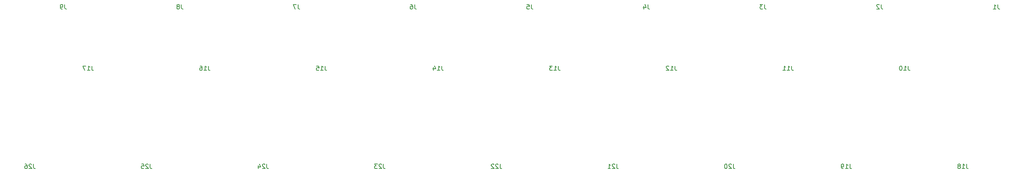
<source format=gbr>
%TF.GenerationSoftware,KiCad,Pcbnew,7.0.2-0*%
%TF.CreationDate,2024-02-08T13:36:38+00:00*%
%TF.ProjectId,plugboard,706c7567-626f-4617-9264-2e6b69636164,rev?*%
%TF.SameCoordinates,PX1312d00PY68e7780*%
%TF.FileFunction,Legend,Bot*%
%TF.FilePolarity,Positive*%
%FSLAX46Y46*%
G04 Gerber Fmt 4.6, Leading zero omitted, Abs format (unit mm)*
G04 Created by KiCad (PCBNEW 7.0.2-0) date 2024-02-08 13:36:38*
%MOMM*%
%LPD*%
G01*
G04 APERTURE LIST*
%ADD10C,0.150000*%
G04 APERTURE END LIST*
D10*
%TO.C,J20*%
X179309523Y31707381D02*
X179309523Y30993096D01*
X179309523Y30993096D02*
X179357142Y30850239D01*
X179357142Y30850239D02*
X179452380Y30755000D01*
X179452380Y30755000D02*
X179595237Y30707381D01*
X179595237Y30707381D02*
X179690475Y30707381D01*
X178880951Y31612143D02*
X178833332Y31659762D01*
X178833332Y31659762D02*
X178738094Y31707381D01*
X178738094Y31707381D02*
X178499999Y31707381D01*
X178499999Y31707381D02*
X178404761Y31659762D01*
X178404761Y31659762D02*
X178357142Y31612143D01*
X178357142Y31612143D02*
X178309523Y31516905D01*
X178309523Y31516905D02*
X178309523Y31421667D01*
X178309523Y31421667D02*
X178357142Y31278810D01*
X178357142Y31278810D02*
X178928570Y30707381D01*
X178928570Y30707381D02*
X178309523Y30707381D01*
X177690475Y31707381D02*
X177595237Y31707381D01*
X177595237Y31707381D02*
X177499999Y31659762D01*
X177499999Y31659762D02*
X177452380Y31612143D01*
X177452380Y31612143D02*
X177404761Y31516905D01*
X177404761Y31516905D02*
X177357142Y31326429D01*
X177357142Y31326429D02*
X177357142Y31088334D01*
X177357142Y31088334D02*
X177404761Y30897858D01*
X177404761Y30897858D02*
X177452380Y30802620D01*
X177452380Y30802620D02*
X177499999Y30755000D01*
X177499999Y30755000D02*
X177595237Y30707381D01*
X177595237Y30707381D02*
X177690475Y30707381D01*
X177690475Y30707381D02*
X177785713Y30755000D01*
X177785713Y30755000D02*
X177833332Y30802620D01*
X177833332Y30802620D02*
X177880951Y30897858D01*
X177880951Y30897858D02*
X177928570Y31088334D01*
X177928570Y31088334D02*
X177928570Y31326429D01*
X177928570Y31326429D02*
X177880951Y31516905D01*
X177880951Y31516905D02*
X177833332Y31612143D01*
X177833332Y31612143D02*
X177785713Y31659762D01*
X177785713Y31659762D02*
X177690475Y31707381D01*
%TO.C,J21*%
X153309523Y31707381D02*
X153309523Y30993096D01*
X153309523Y30993096D02*
X153357142Y30850239D01*
X153357142Y30850239D02*
X153452380Y30755000D01*
X153452380Y30755000D02*
X153595237Y30707381D01*
X153595237Y30707381D02*
X153690475Y30707381D01*
X152880951Y31612143D02*
X152833332Y31659762D01*
X152833332Y31659762D02*
X152738094Y31707381D01*
X152738094Y31707381D02*
X152499999Y31707381D01*
X152499999Y31707381D02*
X152404761Y31659762D01*
X152404761Y31659762D02*
X152357142Y31612143D01*
X152357142Y31612143D02*
X152309523Y31516905D01*
X152309523Y31516905D02*
X152309523Y31421667D01*
X152309523Y31421667D02*
X152357142Y31278810D01*
X152357142Y31278810D02*
X152928570Y30707381D01*
X152928570Y30707381D02*
X152309523Y30707381D01*
X151357142Y30707381D02*
X151928570Y30707381D01*
X151642856Y30707381D02*
X151642856Y31707381D01*
X151642856Y31707381D02*
X151738094Y31564524D01*
X151738094Y31564524D02*
X151833332Y31469286D01*
X151833332Y31469286D02*
X151928570Y31421667D01*
%TO.C,J19*%
X205309523Y31707381D02*
X205309523Y30993096D01*
X205309523Y30993096D02*
X205357142Y30850239D01*
X205357142Y30850239D02*
X205452380Y30755000D01*
X205452380Y30755000D02*
X205595237Y30707381D01*
X205595237Y30707381D02*
X205690475Y30707381D01*
X204309523Y30707381D02*
X204880951Y30707381D01*
X204595237Y30707381D02*
X204595237Y31707381D01*
X204595237Y31707381D02*
X204690475Y31564524D01*
X204690475Y31564524D02*
X204785713Y31469286D01*
X204785713Y31469286D02*
X204880951Y31421667D01*
X203833332Y30707381D02*
X203642856Y30707381D01*
X203642856Y30707381D02*
X203547618Y30755000D01*
X203547618Y30755000D02*
X203499999Y30802620D01*
X203499999Y30802620D02*
X203404761Y30945477D01*
X203404761Y30945477D02*
X203357142Y31135953D01*
X203357142Y31135953D02*
X203357142Y31516905D01*
X203357142Y31516905D02*
X203404761Y31612143D01*
X203404761Y31612143D02*
X203452380Y31659762D01*
X203452380Y31659762D02*
X203547618Y31707381D01*
X203547618Y31707381D02*
X203738094Y31707381D01*
X203738094Y31707381D02*
X203833332Y31659762D01*
X203833332Y31659762D02*
X203880951Y31612143D01*
X203880951Y31612143D02*
X203928570Y31516905D01*
X203928570Y31516905D02*
X203928570Y31278810D01*
X203928570Y31278810D02*
X203880951Y31183572D01*
X203880951Y31183572D02*
X203833332Y31135953D01*
X203833332Y31135953D02*
X203738094Y31088334D01*
X203738094Y31088334D02*
X203547618Y31088334D01*
X203547618Y31088334D02*
X203452380Y31135953D01*
X203452380Y31135953D02*
X203404761Y31183572D01*
X203404761Y31183572D02*
X203357142Y31278810D01*
%TO.C,J8*%
X56270333Y67484381D02*
X56270333Y66770096D01*
X56270333Y66770096D02*
X56317952Y66627239D01*
X56317952Y66627239D02*
X56413190Y66532000D01*
X56413190Y66532000D02*
X56556047Y66484381D01*
X56556047Y66484381D02*
X56651285Y66484381D01*
X55651285Y67055810D02*
X55746523Y67103429D01*
X55746523Y67103429D02*
X55794142Y67151048D01*
X55794142Y67151048D02*
X55841761Y67246286D01*
X55841761Y67246286D02*
X55841761Y67293905D01*
X55841761Y67293905D02*
X55794142Y67389143D01*
X55794142Y67389143D02*
X55746523Y67436762D01*
X55746523Y67436762D02*
X55651285Y67484381D01*
X55651285Y67484381D02*
X55460809Y67484381D01*
X55460809Y67484381D02*
X55365571Y67436762D01*
X55365571Y67436762D02*
X55317952Y67389143D01*
X55317952Y67389143D02*
X55270333Y67293905D01*
X55270333Y67293905D02*
X55270333Y67246286D01*
X55270333Y67246286D02*
X55317952Y67151048D01*
X55317952Y67151048D02*
X55365571Y67103429D01*
X55365571Y67103429D02*
X55460809Y67055810D01*
X55460809Y67055810D02*
X55651285Y67055810D01*
X55651285Y67055810D02*
X55746523Y67008191D01*
X55746523Y67008191D02*
X55794142Y66960572D01*
X55794142Y66960572D02*
X55841761Y66865334D01*
X55841761Y66865334D02*
X55841761Y66674858D01*
X55841761Y66674858D02*
X55794142Y66579620D01*
X55794142Y66579620D02*
X55746523Y66532000D01*
X55746523Y66532000D02*
X55651285Y66484381D01*
X55651285Y66484381D02*
X55460809Y66484381D01*
X55460809Y66484381D02*
X55365571Y66532000D01*
X55365571Y66532000D02*
X55317952Y66579620D01*
X55317952Y66579620D02*
X55270333Y66674858D01*
X55270333Y66674858D02*
X55270333Y66865334D01*
X55270333Y66865334D02*
X55317952Y66960572D01*
X55317952Y66960572D02*
X55365571Y67008191D01*
X55365571Y67008191D02*
X55460809Y67055810D01*
%TO.C,J1*%
X238270333Y67484381D02*
X238270333Y66770096D01*
X238270333Y66770096D02*
X238317952Y66627239D01*
X238317952Y66627239D02*
X238413190Y66532000D01*
X238413190Y66532000D02*
X238556047Y66484381D01*
X238556047Y66484381D02*
X238651285Y66484381D01*
X237270333Y66484381D02*
X237841761Y66484381D01*
X237556047Y66484381D02*
X237556047Y67484381D01*
X237556047Y67484381D02*
X237651285Y67341524D01*
X237651285Y67341524D02*
X237746523Y67246286D01*
X237746523Y67246286D02*
X237841761Y67198667D01*
%TO.C,J22*%
X127309523Y31707381D02*
X127309523Y30993096D01*
X127309523Y30993096D02*
X127357142Y30850239D01*
X127357142Y30850239D02*
X127452380Y30755000D01*
X127452380Y30755000D02*
X127595237Y30707381D01*
X127595237Y30707381D02*
X127690475Y30707381D01*
X126880951Y31612143D02*
X126833332Y31659762D01*
X126833332Y31659762D02*
X126738094Y31707381D01*
X126738094Y31707381D02*
X126499999Y31707381D01*
X126499999Y31707381D02*
X126404761Y31659762D01*
X126404761Y31659762D02*
X126357142Y31612143D01*
X126357142Y31612143D02*
X126309523Y31516905D01*
X126309523Y31516905D02*
X126309523Y31421667D01*
X126309523Y31421667D02*
X126357142Y31278810D01*
X126357142Y31278810D02*
X126928570Y30707381D01*
X126928570Y30707381D02*
X126309523Y30707381D01*
X125928570Y31612143D02*
X125880951Y31659762D01*
X125880951Y31659762D02*
X125785713Y31707381D01*
X125785713Y31707381D02*
X125547618Y31707381D01*
X125547618Y31707381D02*
X125452380Y31659762D01*
X125452380Y31659762D02*
X125404761Y31612143D01*
X125404761Y31612143D02*
X125357142Y31516905D01*
X125357142Y31516905D02*
X125357142Y31421667D01*
X125357142Y31421667D02*
X125404761Y31278810D01*
X125404761Y31278810D02*
X125976189Y30707381D01*
X125976189Y30707381D02*
X125357142Y30707381D01*
%TO.C,J5*%
X134270333Y67484381D02*
X134270333Y66770096D01*
X134270333Y66770096D02*
X134317952Y66627239D01*
X134317952Y66627239D02*
X134413190Y66532000D01*
X134413190Y66532000D02*
X134556047Y66484381D01*
X134556047Y66484381D02*
X134651285Y66484381D01*
X133317952Y67484381D02*
X133794142Y67484381D01*
X133794142Y67484381D02*
X133841761Y67008191D01*
X133841761Y67008191D02*
X133794142Y67055810D01*
X133794142Y67055810D02*
X133698904Y67103429D01*
X133698904Y67103429D02*
X133460809Y67103429D01*
X133460809Y67103429D02*
X133365571Y67055810D01*
X133365571Y67055810D02*
X133317952Y67008191D01*
X133317952Y67008191D02*
X133270333Y66912953D01*
X133270333Y66912953D02*
X133270333Y66674858D01*
X133270333Y66674858D02*
X133317952Y66579620D01*
X133317952Y66579620D02*
X133365571Y66532000D01*
X133365571Y66532000D02*
X133460809Y66484381D01*
X133460809Y66484381D02*
X133698904Y66484381D01*
X133698904Y66484381D02*
X133794142Y66532000D01*
X133794142Y66532000D02*
X133841761Y66579620D01*
%TO.C,J14*%
X114309523Y53707381D02*
X114309523Y52993096D01*
X114309523Y52993096D02*
X114357142Y52850239D01*
X114357142Y52850239D02*
X114452380Y52755000D01*
X114452380Y52755000D02*
X114595237Y52707381D01*
X114595237Y52707381D02*
X114690475Y52707381D01*
X113309523Y52707381D02*
X113880951Y52707381D01*
X113595237Y52707381D02*
X113595237Y53707381D01*
X113595237Y53707381D02*
X113690475Y53564524D01*
X113690475Y53564524D02*
X113785713Y53469286D01*
X113785713Y53469286D02*
X113880951Y53421667D01*
X112452380Y53374048D02*
X112452380Y52707381D01*
X112690475Y53755000D02*
X112928570Y53040715D01*
X112928570Y53040715D02*
X112309523Y53040715D01*
%TO.C,J23*%
X101309523Y31707381D02*
X101309523Y30993096D01*
X101309523Y30993096D02*
X101357142Y30850239D01*
X101357142Y30850239D02*
X101452380Y30755000D01*
X101452380Y30755000D02*
X101595237Y30707381D01*
X101595237Y30707381D02*
X101690475Y30707381D01*
X100880951Y31612143D02*
X100833332Y31659762D01*
X100833332Y31659762D02*
X100738094Y31707381D01*
X100738094Y31707381D02*
X100499999Y31707381D01*
X100499999Y31707381D02*
X100404761Y31659762D01*
X100404761Y31659762D02*
X100357142Y31612143D01*
X100357142Y31612143D02*
X100309523Y31516905D01*
X100309523Y31516905D02*
X100309523Y31421667D01*
X100309523Y31421667D02*
X100357142Y31278810D01*
X100357142Y31278810D02*
X100928570Y30707381D01*
X100928570Y30707381D02*
X100309523Y30707381D01*
X99976189Y31707381D02*
X99357142Y31707381D01*
X99357142Y31707381D02*
X99690475Y31326429D01*
X99690475Y31326429D02*
X99547618Y31326429D01*
X99547618Y31326429D02*
X99452380Y31278810D01*
X99452380Y31278810D02*
X99404761Y31231191D01*
X99404761Y31231191D02*
X99357142Y31135953D01*
X99357142Y31135953D02*
X99357142Y30897858D01*
X99357142Y30897858D02*
X99404761Y30802620D01*
X99404761Y30802620D02*
X99452380Y30755000D01*
X99452380Y30755000D02*
X99547618Y30707381D01*
X99547618Y30707381D02*
X99833332Y30707381D01*
X99833332Y30707381D02*
X99928570Y30755000D01*
X99928570Y30755000D02*
X99976189Y30802620D01*
%TO.C,J18*%
X231309523Y31707381D02*
X231309523Y30993096D01*
X231309523Y30993096D02*
X231357142Y30850239D01*
X231357142Y30850239D02*
X231452380Y30755000D01*
X231452380Y30755000D02*
X231595237Y30707381D01*
X231595237Y30707381D02*
X231690475Y30707381D01*
X230309523Y30707381D02*
X230880951Y30707381D01*
X230595237Y30707381D02*
X230595237Y31707381D01*
X230595237Y31707381D02*
X230690475Y31564524D01*
X230690475Y31564524D02*
X230785713Y31469286D01*
X230785713Y31469286D02*
X230880951Y31421667D01*
X229738094Y31278810D02*
X229833332Y31326429D01*
X229833332Y31326429D02*
X229880951Y31374048D01*
X229880951Y31374048D02*
X229928570Y31469286D01*
X229928570Y31469286D02*
X229928570Y31516905D01*
X229928570Y31516905D02*
X229880951Y31612143D01*
X229880951Y31612143D02*
X229833332Y31659762D01*
X229833332Y31659762D02*
X229738094Y31707381D01*
X229738094Y31707381D02*
X229547618Y31707381D01*
X229547618Y31707381D02*
X229452380Y31659762D01*
X229452380Y31659762D02*
X229404761Y31612143D01*
X229404761Y31612143D02*
X229357142Y31516905D01*
X229357142Y31516905D02*
X229357142Y31469286D01*
X229357142Y31469286D02*
X229404761Y31374048D01*
X229404761Y31374048D02*
X229452380Y31326429D01*
X229452380Y31326429D02*
X229547618Y31278810D01*
X229547618Y31278810D02*
X229738094Y31278810D01*
X229738094Y31278810D02*
X229833332Y31231191D01*
X229833332Y31231191D02*
X229880951Y31183572D01*
X229880951Y31183572D02*
X229928570Y31088334D01*
X229928570Y31088334D02*
X229928570Y30897858D01*
X229928570Y30897858D02*
X229880951Y30802620D01*
X229880951Y30802620D02*
X229833332Y30755000D01*
X229833332Y30755000D02*
X229738094Y30707381D01*
X229738094Y30707381D02*
X229547618Y30707381D01*
X229547618Y30707381D02*
X229452380Y30755000D01*
X229452380Y30755000D02*
X229404761Y30802620D01*
X229404761Y30802620D02*
X229357142Y30897858D01*
X229357142Y30897858D02*
X229357142Y31088334D01*
X229357142Y31088334D02*
X229404761Y31183572D01*
X229404761Y31183572D02*
X229452380Y31231191D01*
X229452380Y31231191D02*
X229547618Y31278810D01*
%TO.C,J12*%
X166309523Y53707381D02*
X166309523Y52993096D01*
X166309523Y52993096D02*
X166357142Y52850239D01*
X166357142Y52850239D02*
X166452380Y52755000D01*
X166452380Y52755000D02*
X166595237Y52707381D01*
X166595237Y52707381D02*
X166690475Y52707381D01*
X165309523Y52707381D02*
X165880951Y52707381D01*
X165595237Y52707381D02*
X165595237Y53707381D01*
X165595237Y53707381D02*
X165690475Y53564524D01*
X165690475Y53564524D02*
X165785713Y53469286D01*
X165785713Y53469286D02*
X165880951Y53421667D01*
X164928570Y53612143D02*
X164880951Y53659762D01*
X164880951Y53659762D02*
X164785713Y53707381D01*
X164785713Y53707381D02*
X164547618Y53707381D01*
X164547618Y53707381D02*
X164452380Y53659762D01*
X164452380Y53659762D02*
X164404761Y53612143D01*
X164404761Y53612143D02*
X164357142Y53516905D01*
X164357142Y53516905D02*
X164357142Y53421667D01*
X164357142Y53421667D02*
X164404761Y53278810D01*
X164404761Y53278810D02*
X164976189Y52707381D01*
X164976189Y52707381D02*
X164357142Y52707381D01*
%TO.C,J24*%
X75309523Y31707381D02*
X75309523Y30993096D01*
X75309523Y30993096D02*
X75357142Y30850239D01*
X75357142Y30850239D02*
X75452380Y30755000D01*
X75452380Y30755000D02*
X75595237Y30707381D01*
X75595237Y30707381D02*
X75690475Y30707381D01*
X74880951Y31612143D02*
X74833332Y31659762D01*
X74833332Y31659762D02*
X74738094Y31707381D01*
X74738094Y31707381D02*
X74499999Y31707381D01*
X74499999Y31707381D02*
X74404761Y31659762D01*
X74404761Y31659762D02*
X74357142Y31612143D01*
X74357142Y31612143D02*
X74309523Y31516905D01*
X74309523Y31516905D02*
X74309523Y31421667D01*
X74309523Y31421667D02*
X74357142Y31278810D01*
X74357142Y31278810D02*
X74928570Y30707381D01*
X74928570Y30707381D02*
X74309523Y30707381D01*
X73452380Y31374048D02*
X73452380Y30707381D01*
X73690475Y31755000D02*
X73928570Y31040715D01*
X73928570Y31040715D02*
X73309523Y31040715D01*
%TO.C,J15*%
X88309523Y53707381D02*
X88309523Y52993096D01*
X88309523Y52993096D02*
X88357142Y52850239D01*
X88357142Y52850239D02*
X88452380Y52755000D01*
X88452380Y52755000D02*
X88595237Y52707381D01*
X88595237Y52707381D02*
X88690475Y52707381D01*
X87309523Y52707381D02*
X87880951Y52707381D01*
X87595237Y52707381D02*
X87595237Y53707381D01*
X87595237Y53707381D02*
X87690475Y53564524D01*
X87690475Y53564524D02*
X87785713Y53469286D01*
X87785713Y53469286D02*
X87880951Y53421667D01*
X86404761Y53707381D02*
X86880951Y53707381D01*
X86880951Y53707381D02*
X86928570Y53231191D01*
X86928570Y53231191D02*
X86880951Y53278810D01*
X86880951Y53278810D02*
X86785713Y53326429D01*
X86785713Y53326429D02*
X86547618Y53326429D01*
X86547618Y53326429D02*
X86452380Y53278810D01*
X86452380Y53278810D02*
X86404761Y53231191D01*
X86404761Y53231191D02*
X86357142Y53135953D01*
X86357142Y53135953D02*
X86357142Y52897858D01*
X86357142Y52897858D02*
X86404761Y52802620D01*
X86404761Y52802620D02*
X86452380Y52755000D01*
X86452380Y52755000D02*
X86547618Y52707381D01*
X86547618Y52707381D02*
X86785713Y52707381D01*
X86785713Y52707381D02*
X86880951Y52755000D01*
X86880951Y52755000D02*
X86928570Y52802620D01*
%TO.C,J3*%
X186270333Y67484381D02*
X186270333Y66770096D01*
X186270333Y66770096D02*
X186317952Y66627239D01*
X186317952Y66627239D02*
X186413190Y66532000D01*
X186413190Y66532000D02*
X186556047Y66484381D01*
X186556047Y66484381D02*
X186651285Y66484381D01*
X185889380Y67484381D02*
X185270333Y67484381D01*
X185270333Y67484381D02*
X185603666Y67103429D01*
X185603666Y67103429D02*
X185460809Y67103429D01*
X185460809Y67103429D02*
X185365571Y67055810D01*
X185365571Y67055810D02*
X185317952Y67008191D01*
X185317952Y67008191D02*
X185270333Y66912953D01*
X185270333Y66912953D02*
X185270333Y66674858D01*
X185270333Y66674858D02*
X185317952Y66579620D01*
X185317952Y66579620D02*
X185365571Y66532000D01*
X185365571Y66532000D02*
X185460809Y66484381D01*
X185460809Y66484381D02*
X185746523Y66484381D01*
X185746523Y66484381D02*
X185841761Y66532000D01*
X185841761Y66532000D02*
X185889380Y66579620D01*
%TO.C,J4*%
X160270333Y67484381D02*
X160270333Y66770096D01*
X160270333Y66770096D02*
X160317952Y66627239D01*
X160317952Y66627239D02*
X160413190Y66532000D01*
X160413190Y66532000D02*
X160556047Y66484381D01*
X160556047Y66484381D02*
X160651285Y66484381D01*
X159365571Y67151048D02*
X159365571Y66484381D01*
X159603666Y67532000D02*
X159841761Y66817715D01*
X159841761Y66817715D02*
X159222714Y66817715D01*
%TO.C,J26*%
X23309523Y31707381D02*
X23309523Y30993096D01*
X23309523Y30993096D02*
X23357142Y30850239D01*
X23357142Y30850239D02*
X23452380Y30755000D01*
X23452380Y30755000D02*
X23595237Y30707381D01*
X23595237Y30707381D02*
X23690475Y30707381D01*
X22880951Y31612143D02*
X22833332Y31659762D01*
X22833332Y31659762D02*
X22738094Y31707381D01*
X22738094Y31707381D02*
X22499999Y31707381D01*
X22499999Y31707381D02*
X22404761Y31659762D01*
X22404761Y31659762D02*
X22357142Y31612143D01*
X22357142Y31612143D02*
X22309523Y31516905D01*
X22309523Y31516905D02*
X22309523Y31421667D01*
X22309523Y31421667D02*
X22357142Y31278810D01*
X22357142Y31278810D02*
X22928570Y30707381D01*
X22928570Y30707381D02*
X22309523Y30707381D01*
X21452380Y31707381D02*
X21642856Y31707381D01*
X21642856Y31707381D02*
X21738094Y31659762D01*
X21738094Y31659762D02*
X21785713Y31612143D01*
X21785713Y31612143D02*
X21880951Y31469286D01*
X21880951Y31469286D02*
X21928570Y31278810D01*
X21928570Y31278810D02*
X21928570Y30897858D01*
X21928570Y30897858D02*
X21880951Y30802620D01*
X21880951Y30802620D02*
X21833332Y30755000D01*
X21833332Y30755000D02*
X21738094Y30707381D01*
X21738094Y30707381D02*
X21547618Y30707381D01*
X21547618Y30707381D02*
X21452380Y30755000D01*
X21452380Y30755000D02*
X21404761Y30802620D01*
X21404761Y30802620D02*
X21357142Y30897858D01*
X21357142Y30897858D02*
X21357142Y31135953D01*
X21357142Y31135953D02*
X21404761Y31231191D01*
X21404761Y31231191D02*
X21452380Y31278810D01*
X21452380Y31278810D02*
X21547618Y31326429D01*
X21547618Y31326429D02*
X21738094Y31326429D01*
X21738094Y31326429D02*
X21833332Y31278810D01*
X21833332Y31278810D02*
X21880951Y31231191D01*
X21880951Y31231191D02*
X21928570Y31135953D01*
%TO.C,J9*%
X30270333Y67484381D02*
X30270333Y66770096D01*
X30270333Y66770096D02*
X30317952Y66627239D01*
X30317952Y66627239D02*
X30413190Y66532000D01*
X30413190Y66532000D02*
X30556047Y66484381D01*
X30556047Y66484381D02*
X30651285Y66484381D01*
X29746523Y66484381D02*
X29556047Y66484381D01*
X29556047Y66484381D02*
X29460809Y66532000D01*
X29460809Y66532000D02*
X29413190Y66579620D01*
X29413190Y66579620D02*
X29317952Y66722477D01*
X29317952Y66722477D02*
X29270333Y66912953D01*
X29270333Y66912953D02*
X29270333Y67293905D01*
X29270333Y67293905D02*
X29317952Y67389143D01*
X29317952Y67389143D02*
X29365571Y67436762D01*
X29365571Y67436762D02*
X29460809Y67484381D01*
X29460809Y67484381D02*
X29651285Y67484381D01*
X29651285Y67484381D02*
X29746523Y67436762D01*
X29746523Y67436762D02*
X29794142Y67389143D01*
X29794142Y67389143D02*
X29841761Y67293905D01*
X29841761Y67293905D02*
X29841761Y67055810D01*
X29841761Y67055810D02*
X29794142Y66960572D01*
X29794142Y66960572D02*
X29746523Y66912953D01*
X29746523Y66912953D02*
X29651285Y66865334D01*
X29651285Y66865334D02*
X29460809Y66865334D01*
X29460809Y66865334D02*
X29365571Y66912953D01*
X29365571Y66912953D02*
X29317952Y66960572D01*
X29317952Y66960572D02*
X29270333Y67055810D01*
%TO.C,J2*%
X212270333Y67484381D02*
X212270333Y66770096D01*
X212270333Y66770096D02*
X212317952Y66627239D01*
X212317952Y66627239D02*
X212413190Y66532000D01*
X212413190Y66532000D02*
X212556047Y66484381D01*
X212556047Y66484381D02*
X212651285Y66484381D01*
X211841761Y67389143D02*
X211794142Y67436762D01*
X211794142Y67436762D02*
X211698904Y67484381D01*
X211698904Y67484381D02*
X211460809Y67484381D01*
X211460809Y67484381D02*
X211365571Y67436762D01*
X211365571Y67436762D02*
X211317952Y67389143D01*
X211317952Y67389143D02*
X211270333Y67293905D01*
X211270333Y67293905D02*
X211270333Y67198667D01*
X211270333Y67198667D02*
X211317952Y67055810D01*
X211317952Y67055810D02*
X211889380Y66484381D01*
X211889380Y66484381D02*
X211270333Y66484381D01*
%TO.C,J25*%
X49309523Y31707381D02*
X49309523Y30993096D01*
X49309523Y30993096D02*
X49357142Y30850239D01*
X49357142Y30850239D02*
X49452380Y30755000D01*
X49452380Y30755000D02*
X49595237Y30707381D01*
X49595237Y30707381D02*
X49690475Y30707381D01*
X48880951Y31612143D02*
X48833332Y31659762D01*
X48833332Y31659762D02*
X48738094Y31707381D01*
X48738094Y31707381D02*
X48499999Y31707381D01*
X48499999Y31707381D02*
X48404761Y31659762D01*
X48404761Y31659762D02*
X48357142Y31612143D01*
X48357142Y31612143D02*
X48309523Y31516905D01*
X48309523Y31516905D02*
X48309523Y31421667D01*
X48309523Y31421667D02*
X48357142Y31278810D01*
X48357142Y31278810D02*
X48928570Y30707381D01*
X48928570Y30707381D02*
X48309523Y30707381D01*
X47404761Y31707381D02*
X47880951Y31707381D01*
X47880951Y31707381D02*
X47928570Y31231191D01*
X47928570Y31231191D02*
X47880951Y31278810D01*
X47880951Y31278810D02*
X47785713Y31326429D01*
X47785713Y31326429D02*
X47547618Y31326429D01*
X47547618Y31326429D02*
X47452380Y31278810D01*
X47452380Y31278810D02*
X47404761Y31231191D01*
X47404761Y31231191D02*
X47357142Y31135953D01*
X47357142Y31135953D02*
X47357142Y30897858D01*
X47357142Y30897858D02*
X47404761Y30802620D01*
X47404761Y30802620D02*
X47452380Y30755000D01*
X47452380Y30755000D02*
X47547618Y30707381D01*
X47547618Y30707381D02*
X47785713Y30707381D01*
X47785713Y30707381D02*
X47880951Y30755000D01*
X47880951Y30755000D02*
X47928570Y30802620D01*
%TO.C,J16*%
X62309523Y53707381D02*
X62309523Y52993096D01*
X62309523Y52993096D02*
X62357142Y52850239D01*
X62357142Y52850239D02*
X62452380Y52755000D01*
X62452380Y52755000D02*
X62595237Y52707381D01*
X62595237Y52707381D02*
X62690475Y52707381D01*
X61309523Y52707381D02*
X61880951Y52707381D01*
X61595237Y52707381D02*
X61595237Y53707381D01*
X61595237Y53707381D02*
X61690475Y53564524D01*
X61690475Y53564524D02*
X61785713Y53469286D01*
X61785713Y53469286D02*
X61880951Y53421667D01*
X60452380Y53707381D02*
X60642856Y53707381D01*
X60642856Y53707381D02*
X60738094Y53659762D01*
X60738094Y53659762D02*
X60785713Y53612143D01*
X60785713Y53612143D02*
X60880951Y53469286D01*
X60880951Y53469286D02*
X60928570Y53278810D01*
X60928570Y53278810D02*
X60928570Y52897858D01*
X60928570Y52897858D02*
X60880951Y52802620D01*
X60880951Y52802620D02*
X60833332Y52755000D01*
X60833332Y52755000D02*
X60738094Y52707381D01*
X60738094Y52707381D02*
X60547618Y52707381D01*
X60547618Y52707381D02*
X60452380Y52755000D01*
X60452380Y52755000D02*
X60404761Y52802620D01*
X60404761Y52802620D02*
X60357142Y52897858D01*
X60357142Y52897858D02*
X60357142Y53135953D01*
X60357142Y53135953D02*
X60404761Y53231191D01*
X60404761Y53231191D02*
X60452380Y53278810D01*
X60452380Y53278810D02*
X60547618Y53326429D01*
X60547618Y53326429D02*
X60738094Y53326429D01*
X60738094Y53326429D02*
X60833332Y53278810D01*
X60833332Y53278810D02*
X60880951Y53231191D01*
X60880951Y53231191D02*
X60928570Y53135953D01*
%TO.C,J13*%
X140309523Y53707381D02*
X140309523Y52993096D01*
X140309523Y52993096D02*
X140357142Y52850239D01*
X140357142Y52850239D02*
X140452380Y52755000D01*
X140452380Y52755000D02*
X140595237Y52707381D01*
X140595237Y52707381D02*
X140690475Y52707381D01*
X139309523Y52707381D02*
X139880951Y52707381D01*
X139595237Y52707381D02*
X139595237Y53707381D01*
X139595237Y53707381D02*
X139690475Y53564524D01*
X139690475Y53564524D02*
X139785713Y53469286D01*
X139785713Y53469286D02*
X139880951Y53421667D01*
X138976189Y53707381D02*
X138357142Y53707381D01*
X138357142Y53707381D02*
X138690475Y53326429D01*
X138690475Y53326429D02*
X138547618Y53326429D01*
X138547618Y53326429D02*
X138452380Y53278810D01*
X138452380Y53278810D02*
X138404761Y53231191D01*
X138404761Y53231191D02*
X138357142Y53135953D01*
X138357142Y53135953D02*
X138357142Y52897858D01*
X138357142Y52897858D02*
X138404761Y52802620D01*
X138404761Y52802620D02*
X138452380Y52755000D01*
X138452380Y52755000D02*
X138547618Y52707381D01*
X138547618Y52707381D02*
X138833332Y52707381D01*
X138833332Y52707381D02*
X138928570Y52755000D01*
X138928570Y52755000D02*
X138976189Y52802620D01*
%TO.C,J11*%
X192309523Y53707381D02*
X192309523Y52993096D01*
X192309523Y52993096D02*
X192357142Y52850239D01*
X192357142Y52850239D02*
X192452380Y52755000D01*
X192452380Y52755000D02*
X192595237Y52707381D01*
X192595237Y52707381D02*
X192690475Y52707381D01*
X191309523Y52707381D02*
X191880951Y52707381D01*
X191595237Y52707381D02*
X191595237Y53707381D01*
X191595237Y53707381D02*
X191690475Y53564524D01*
X191690475Y53564524D02*
X191785713Y53469286D01*
X191785713Y53469286D02*
X191880951Y53421667D01*
X190357142Y52707381D02*
X190928570Y52707381D01*
X190642856Y52707381D02*
X190642856Y53707381D01*
X190642856Y53707381D02*
X190738094Y53564524D01*
X190738094Y53564524D02*
X190833332Y53469286D01*
X190833332Y53469286D02*
X190928570Y53421667D01*
%TO.C,J7*%
X82270333Y67484381D02*
X82270333Y66770096D01*
X82270333Y66770096D02*
X82317952Y66627239D01*
X82317952Y66627239D02*
X82413190Y66532000D01*
X82413190Y66532000D02*
X82556047Y66484381D01*
X82556047Y66484381D02*
X82651285Y66484381D01*
X81889380Y67484381D02*
X81222714Y67484381D01*
X81222714Y67484381D02*
X81651285Y66484381D01*
%TO.C,J17*%
X36309523Y53707381D02*
X36309523Y52993096D01*
X36309523Y52993096D02*
X36357142Y52850239D01*
X36357142Y52850239D02*
X36452380Y52755000D01*
X36452380Y52755000D02*
X36595237Y52707381D01*
X36595237Y52707381D02*
X36690475Y52707381D01*
X35309523Y52707381D02*
X35880951Y52707381D01*
X35595237Y52707381D02*
X35595237Y53707381D01*
X35595237Y53707381D02*
X35690475Y53564524D01*
X35690475Y53564524D02*
X35785713Y53469286D01*
X35785713Y53469286D02*
X35880951Y53421667D01*
X34976189Y53707381D02*
X34309523Y53707381D01*
X34309523Y53707381D02*
X34738094Y52707381D01*
%TO.C,J6*%
X108270333Y67484381D02*
X108270333Y66770096D01*
X108270333Y66770096D02*
X108317952Y66627239D01*
X108317952Y66627239D02*
X108413190Y66532000D01*
X108413190Y66532000D02*
X108556047Y66484381D01*
X108556047Y66484381D02*
X108651285Y66484381D01*
X107365571Y67484381D02*
X107556047Y67484381D01*
X107556047Y67484381D02*
X107651285Y67436762D01*
X107651285Y67436762D02*
X107698904Y67389143D01*
X107698904Y67389143D02*
X107794142Y67246286D01*
X107794142Y67246286D02*
X107841761Y67055810D01*
X107841761Y67055810D02*
X107841761Y66674858D01*
X107841761Y66674858D02*
X107794142Y66579620D01*
X107794142Y66579620D02*
X107746523Y66532000D01*
X107746523Y66532000D02*
X107651285Y66484381D01*
X107651285Y66484381D02*
X107460809Y66484381D01*
X107460809Y66484381D02*
X107365571Y66532000D01*
X107365571Y66532000D02*
X107317952Y66579620D01*
X107317952Y66579620D02*
X107270333Y66674858D01*
X107270333Y66674858D02*
X107270333Y66912953D01*
X107270333Y66912953D02*
X107317952Y67008191D01*
X107317952Y67008191D02*
X107365571Y67055810D01*
X107365571Y67055810D02*
X107460809Y67103429D01*
X107460809Y67103429D02*
X107651285Y67103429D01*
X107651285Y67103429D02*
X107746523Y67055810D01*
X107746523Y67055810D02*
X107794142Y67008191D01*
X107794142Y67008191D02*
X107841761Y66912953D01*
%TO.C,J10*%
X218309523Y53707381D02*
X218309523Y52993096D01*
X218309523Y52993096D02*
X218357142Y52850239D01*
X218357142Y52850239D02*
X218452380Y52755000D01*
X218452380Y52755000D02*
X218595237Y52707381D01*
X218595237Y52707381D02*
X218690475Y52707381D01*
X217309523Y52707381D02*
X217880951Y52707381D01*
X217595237Y52707381D02*
X217595237Y53707381D01*
X217595237Y53707381D02*
X217690475Y53564524D01*
X217690475Y53564524D02*
X217785713Y53469286D01*
X217785713Y53469286D02*
X217880951Y53421667D01*
X216690475Y53707381D02*
X216595237Y53707381D01*
X216595237Y53707381D02*
X216499999Y53659762D01*
X216499999Y53659762D02*
X216452380Y53612143D01*
X216452380Y53612143D02*
X216404761Y53516905D01*
X216404761Y53516905D02*
X216357142Y53326429D01*
X216357142Y53326429D02*
X216357142Y53088334D01*
X216357142Y53088334D02*
X216404761Y52897858D01*
X216404761Y52897858D02*
X216452380Y52802620D01*
X216452380Y52802620D02*
X216499999Y52755000D01*
X216499999Y52755000D02*
X216595237Y52707381D01*
X216595237Y52707381D02*
X216690475Y52707381D01*
X216690475Y52707381D02*
X216785713Y52755000D01*
X216785713Y52755000D02*
X216833332Y52802620D01*
X216833332Y52802620D02*
X216880951Y52897858D01*
X216880951Y52897858D02*
X216928570Y53088334D01*
X216928570Y53088334D02*
X216928570Y53326429D01*
X216928570Y53326429D02*
X216880951Y53516905D01*
X216880951Y53516905D02*
X216833332Y53612143D01*
X216833332Y53612143D02*
X216785713Y53659762D01*
X216785713Y53659762D02*
X216690475Y53707381D01*
%TD*%
M02*

</source>
